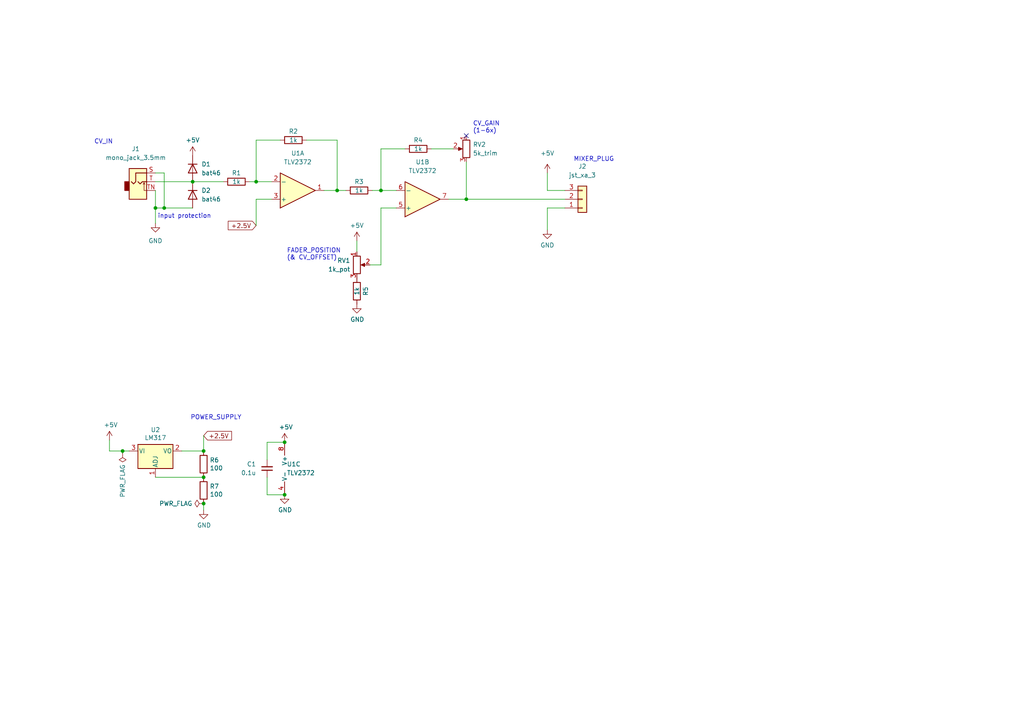
<source format=kicad_sch>
(kicad_sch (version 20211123) (generator eeschema)
  (paper "A4")
  (title_block (title "_rotary_") (date "2022-11-24") (rev "v0_1_0") (company "cyberboy666"))
  (lib_symbols
    (symbol "Amplifier_Operational:TLV2372" (pin_names (offset 0.127))
      (property "Reference" "U" (at 0 5.08 0))
      (property "Value" "TLV2372" (at 0 -5.08 0))
      (symbol "TLV2372_1_1"
        (polyline (pts (xy -5.08 5.08) (xy 5.08 0) (xy -5.08 -5.08) (xy -5.08 5.08)) (stroke (width 0.254)) (fill (type background)))
        (pin output line (at 7.62 0 180) (length 2.54) (name "~") (number "1"))
        (pin input line (at -7.62 -2.54 0) (length 2.54) (name "-") (number "2"))
        (pin input line (at -7.62 2.54 0) (length 2.54) (name "+") (number "3"))
      )
      (symbol "TLV2372_2_1"
        (polyline (pts (xy -5.08 5.08) (xy 5.08 0) (xy -5.08 -5.08) (xy -5.08 5.08)) (stroke (width 0.254)) (fill (type background)))
        (pin input line (at -7.62 2.54 0) (length 2.54) (name "+") (number "5"))
        (pin input line (at -7.62 -2.54 0) (length 2.54) (name "-") (number "6"))
        (pin output line (at 7.62 0 180) (length 2.54) (name "~") (number "7"))
      )
      (symbol "TLV2372_3_1"
        (pin power_in line (at -2.54 -7.62 90) (length 3.81) (name "V-") (number "4"))
        (pin power_in line (at -2.54 7.62 270) (length 3.81) (name "V+") (number "8"))
      )
    )
    (symbol "Connector:AudioJack2_SwitchT"
      (property "Reference" "J" (at 0 8.89 0))
      (property "Value" "AudioJack2_SwitchT" (at 0 6.35 0))
      (symbol "AudioJack2_SwitchT_0_1"
        (rectangle (start -2.54 0) (end -3.81 -2.54) (stroke (width 0.254)) (fill (type outline)))
        (polyline (pts (xy 1.778 -0.254) (xy 2.032 -0.762)))
        (polyline (pts (xy 0 0) (xy 0.635 -0.635) (xy 1.27 0) (xy 2.54 0)) (stroke (width 0.254)))
        (polyline (pts (xy 2.54 -2.54) (xy 1.778 -2.54) (xy 1.778 -0.254) (xy 1.524 -0.762)))
        (polyline (pts (xy 2.54 2.54) (xy -0.635 2.54) (xy -0.635 0) (xy -1.27 -0.635) (xy -1.905 0)) (stroke (width 0.254)))
        (rectangle (start 2.54 3.81) (end -2.54 -5.08) (stroke (width 0.254)) (fill (type background)))
      )
      (symbol "AudioJack2_SwitchT_1_1"
        (pin passive line (at 5.08 2.54 180) (length 2.54) (name "~") (number "S"))
        (pin passive line (at 5.08 0 180) (length 2.54) (name "~") (number "T"))
        (pin passive line (at 5.08 -2.54 180) (length 2.54) (name "~") (number "TN"))
      )
    )
    (symbol "Connector_Generic:Conn_01x03" (pin_names (offset 1.016) hide)
      (property "Reference" "J" (at 0 5.08 0))
      (property "Value" "Conn_01x03" (at 0 -5.08 0))
      (symbol "Conn_01x03_1_1"
        (rectangle (start -1.27 -2.413) (end 0 -2.667) (stroke (width 0.1524)))
        (rectangle (start -1.27 0.127) (end 0 -0.127) (stroke (width 0.1524)))
        (rectangle (start -1.27 2.667) (end 0 2.413) (stroke (width 0.1524)))
        (rectangle (start -1.27 3.81) (end 1.27 -3.81) (stroke (width 0.254)) (fill (type background)))
        (pin passive line (at -5.08 2.54 0) (length 3.81) (name "Pin_1") (number "1"))
        (pin passive line (at -5.08 0 0) (length 3.81) (name "Pin_2") (number "2"))
        (pin passive line (at -5.08 -2.54 0) (length 3.81) (name "Pin_3") (number "3"))
      )
    )
    (symbol "Device:C_Small" (pin_numbers hide) (pin_names (offset 0.254) hide)
      (property "Reference" "C" (at 0.254 1.778 0))
      (property "Value" "C_Small" (at 0.254 -2.032 0))
      (symbol "C_Small_0_1"
        (polyline (pts (xy -1.524 -0.508) (xy 1.524 -0.508)) (stroke (width 0.3302)))
        (polyline (pts (xy -1.524 0.508) (xy 1.524 0.508)) (stroke (width 0.3048)))
      )
      (symbol "C_Small_1_1"
        (pin passive line (at 0 2.54 270) (length 2.032) (name "~") (number "1"))
        (pin passive line (at 0 -2.54 90) (length 2.032) (name "~") (number "2"))
      )
    )
    (symbol "Device:D" (pin_numbers hide) (pin_names (offset 1.016) hide)
      (property "Reference" "D" (at 0 2.54 0))
      (property "Value" "D" (at 0 -2.54 0))
      (symbol "D_0_1"
        (polyline (pts (xy -1.27 1.27) (xy -1.27 -1.27)) (stroke (width 0.254)))
        (polyline (pts (xy 1.27 0) (xy -1.27 0)))
        (polyline (pts (xy 1.27 1.27) (xy 1.27 -1.27) (xy -1.27 0) (xy 1.27 1.27)) (stroke (width 0.254)))
      )
      (symbol "D_1_1"
        (pin passive line (at -3.81 0 0) (length 2.54) (name "K") (number "1"))
        (pin passive line (at 3.81 0 180) (length 2.54) (name "A") (number "2"))
      )
    )
    (symbol "Device:R" (pin_numbers hide) (pin_names (offset 0))
      (property "Reference" "R" (at 2.032 0 90))
      (property "Value" "R" (at 0 0 90))
      (symbol "R_0_1"
        (rectangle (start -1.016 -2.54) (end 1.016 2.54) (stroke (width 0.254)))
      )
      (symbol "R_1_1"
        (pin passive line (at 0 3.81 270) (length 1.27) (name "~") (number "1"))
        (pin passive line (at 0 -3.81 90) (length 1.27) (name "~") (number "2"))
      )
    )
    (symbol "Device:R_Potentiometer" (pin_names (offset 1.016) hide)
      (property "Reference" "RV" (at -4.445 0 90))
      (property "Value" "R_Potentiometer" (at -2.54 0 90))
      (symbol "R_Potentiometer_0_1"
        (polyline (pts (xy 2.54 0) (xy 1.524 0)))
        (polyline (pts (xy 1.143 0) (xy 2.286 0.508) (xy 2.286 -0.508) (xy 1.143 0)) (fill (type outline)))
        (rectangle (start 1.016 2.54) (end -1.016 -2.54) (stroke (width 0.254)))
      )
      (symbol "R_Potentiometer_1_1"
        (pin passive line (at 0 3.81 270) (length 1.27) (name "1") (number "1"))
        (pin passive line (at 3.81 0 180) (length 1.27) (name "2") (number "2"))
        (pin passive line (at 0 -3.81 90) (length 1.27) (name "3") (number "3"))
      )
    )
    (symbol "Regulator_Linear:LM317L_TO92" (pin_names (offset 0.254))
      (property "Reference" "U" (at -3.81 3.175 0))
      (property "Value" "LM317L_TO92" (at 0 3.175 0))
      (symbol "LM317L_TO92_0_1"
        (rectangle (start -5.08 1.905) (end 5.08 -5.08) (stroke (width 0.254)) (fill (type background)))
      )
      (symbol "LM317L_TO92_1_1"
        (pin input line (at 0 -7.62 90) (length 2.54) (name "ADJ") (number "1"))
        (pin power_out line (at 7.62 0 180) (length 2.54) (name "VO") (number "2"))
        (pin power_in line (at -7.62 0 0) (length 2.54) (name "VI") (number "3"))
      )
    )
    (symbol "power:+5V" (power) (pin_names (offset 0))
      (property "Value" "+5V" (at 0 3.556 0))
      (symbol "+5V_0_1"
        (polyline (pts (xy -0.762 1.27) (xy 0 2.54)))
        (polyline (pts (xy 0 0) (xy 0 2.54)))
        (polyline (pts (xy 0 2.54) (xy 0.762 1.27)))
      )
      (symbol "+5V_1_1"
        (pin power_in line (at 0 0 90) (length 0) hide (name "+5V") (number "1"))
      )
    )
    (symbol "power:GND" (power) (pin_names (offset 0))
      (property "Value" "GND" (at 0 -3.81 0))
      (symbol "GND_0_1"
        (polyline (pts (xy 0 0) (xy 0 -1.27) (xy 1.27 -1.27) (xy 0 -2.54) (xy -1.27 -1.27) (xy 0 -1.27)))
      )
      (symbol "GND_1_1"
        (pin power_in line (at 0 0 270) (length 0) hide (name "GND") (number "1"))
      )
    )
    (symbol "power:PWR_FLAG" (power) (pin_numbers hide) (pin_names (offset 0) hide)
      (property "Value" "PWR_FLAG" (at 0 3.81 0))
      (symbol "PWR_FLAG_0_0"
        (pin power_out line (at 0 0 90) (length 0) (name "pwr") (number "1"))
      )
      (symbol "PWR_FLAG_0_1"
        (polyline (pts (xy 0 0) (xy 0 1.27) (xy -1.016 1.905) (xy 0 2.54) (xy 1.016 1.905) (xy 0 1.27)))
      )
    )
  )
  (junction (at 45.085 60.325))
  (junction (at 74.295 52.705))
  (junction (at 59.055 146.05))
  (junction (at 55.88 52.705))
  (junction (at 82.55 143.51))
  (junction (at 47.625 60.325))
  (junction (at 82.55 128.27))
  (junction (at 35.56 130.81))
  (junction (at 97.79 55.245))
  (junction (at 59.055 130.81))
  (junction (at 110.49 55.245))
  (junction (at 59.055 138.43))
  (junction (at 135.255 57.785))
  (no_connect (at 135.255 39.37))
  (wire (pts (xy 59.055 146.05) (xy 59.055 147.955)))
  (wire (pts (xy 59.055 138.43) (xy 45.085 138.43)))
  (wire (pts (xy 135.255 46.99) (xy 135.255 57.785)))
  (wire (pts (xy 110.49 55.245) (xy 110.49 43.18)))
  (wire (pts (xy 82.55 143.51) (xy 77.47 143.51)))
  (wire (pts (xy 125.095 43.18) (xy 131.445 43.18)))
  (wire (pts (xy 74.295 52.705) (xy 78.74 52.705)))
  (wire (pts (xy 47.625 60.325) (xy 55.88 60.325)))
  (wire (pts (xy 103.505 69.85) (xy 103.505 73.025)))
  (wire (pts (xy 110.49 76.835) (xy 110.49 60.325)))
  (wire (pts (xy 135.255 57.785) (xy 163.83 57.785)))
  (wire (pts (xy 52.705 130.81) (xy 59.055 130.81)))
  (wire (pts (xy 47.625 50.165) (xy 47.625 60.325)))
  (wire (pts (xy 45.085 60.325) (xy 45.085 64.77)))
  (wire (pts (xy 74.295 57.785) (xy 74.295 65.405)))
  (wire (pts (xy 130.175 57.785) (xy 135.255 57.785)))
  (wire (pts (xy 45.085 50.165) (xy 47.625 50.165)))
  (wire (pts (xy 74.295 52.705) (xy 74.295 40.64)))
  (wire (pts (xy 35.56 130.81) (xy 37.465 130.81)))
  (wire (pts (xy 45.085 55.245) (xy 45.085 60.325)))
  (wire (pts (xy 74.295 40.64) (xy 81.28 40.64)))
  (wire (pts (xy 97.79 40.64) (xy 88.9 40.64)))
  (wire (pts (xy 35.56 131.445) (xy 35.56 130.81)))
  (wire (pts (xy 31.75 130.81) (xy 35.56 130.81)))
  (wire (pts (xy 45.085 60.325) (xy 47.625 60.325)))
  (wire (pts (xy 59.055 130.81) (xy 59.055 126.365)))
  (wire (pts (xy 158.75 60.325) (xy 163.83 60.325)))
  (wire (pts (xy 107.95 55.245) (xy 110.49 55.245)))
  (wire (pts (xy 107.315 76.835) (xy 110.49 76.835)))
  (wire (pts (xy 93.98 55.245) (xy 97.79 55.245)))
  (wire (pts (xy 77.47 143.51) (xy 77.47 138.43)))
  (wire (pts (xy 158.75 66.675) (xy 158.75 60.325)))
  (wire (pts (xy 77.47 128.27) (xy 77.47 133.35)))
  (wire (pts (xy 78.74 57.785) (xy 74.295 57.785)))
  (wire (pts (xy 110.49 43.18) (xy 117.475 43.18)))
  (wire (pts (xy 158.75 50.165) (xy 158.75 55.245)))
  (wire (pts (xy 114.935 55.245) (xy 110.49 55.245)))
  (wire (pts (xy 97.79 55.245) (xy 100.33 55.245)))
  (wire (pts (xy 45.085 52.705) (xy 55.88 52.705)))
  (wire (pts (xy 55.88 52.705) (xy 64.77 52.705)))
  (wire (pts (xy 72.39 52.705) (xy 74.295 52.705)))
  (wire (pts (xy 158.75 55.245) (xy 163.83 55.245)))
  (wire (pts (xy 82.55 128.27) (xy 77.47 128.27)))
  (wire (pts (xy 31.75 127.635) (xy 31.75 130.81)))
  (wire (pts (xy 110.49 60.325) (xy 114.935 60.325)))
  (wire (pts (xy 97.79 55.245) (xy 97.79 40.64)))
  (text "POWER_SUPPLY" (at 55.245 121.92 0) (effects (font (size 1.27 1.27)) (justify left bottom)))
  (text "input protection" (at 45.72 63.5 0) (effects (font (size 1.27 1.27)) (justify left bottom)))
  (text "CV_IN" (at 27.305 41.91 0) (effects (font (size 1.27 1.27)) (justify left bottom)))
  (text "MIXER_PLUG" (at 166.37 46.99 0) (effects (font (size 1.27 1.27)) (justify left bottom)))
  (text "CV_GAIN\n(1-6x)" (at 137.16 38.735 0) (effects (font (size 1.27 1.27)) (justify left bottom)))
  (text "FADER_POSITION \n(& CV_OFFSET)" (at 83.185 75.565 0) (effects (font (size 1.27 1.27)) (justify left bottom)))
  (global_label "+2.5V" (shape input) (at 74.295 65.405 180) (property "Intersheet References" "${INTERSHEET_REFS}" (effects hide)))
  (global_label "+2.5V" (shape input) (at 59.055 126.365 0) (property "Intersheet References" "${INTERSHEET_REFS}" (effects hide)))
  (symbol (lib_id "Regulator_Linear:LM317L_TO92") (at 45.085 130.81 0) (unit 1)
    (property "Reference" "U2" (at 45.085 124.6632 0))
    (property "Value" "LM317" (at 45.085 126.9746 0))
    (property "Footprint" "Package_TO_SOT_THT:TO-92_Inline" (effects hide))
    (property "Datasheet" "http://www.ti.com/lit/ds/snvs775k/snvs775k.pdf" (effects hide))
  )
  (symbol (lib_id "power:GND") (at 59.055 147.955 0) (unit 1)
    (property "Reference" "#PWR023" (effects hide))
    (property "Value" "GND" (at 59.182 152.3492 0))
  )
  (symbol (lib_id "power:+5V") (at 31.75 127.635 0) (unit 1)
    (property "Reference" "#PWR019" (effects hide))
    (property "Value" "+5V" (at 32.131 123.2408 0))
  )
  (symbol (lib_id "Device:R") (at 59.055 134.62 0) (unit 1)
    (property "Reference" "R6" (at 60.833 133.4516 0) (effects (justify left)))
    (property "Value" "100" (at 60.833 135.763 0) (effects (justify left)))
    (property "Footprint" "Resistor_THT:R_Axial_DIN0207_L6.3mm_D2.5mm_P7.62mm_Horizontal" (effects hide))
  )
  (symbol (lib_id "power:PWR_FLAG") (at 35.56 131.445 180) (unit 1)
    (property "Reference" "#FLG0101" (effects hide))
    (property "Value" "PWR_FLAG" (at 35.56 134.6708 90) (effects (justify left)))
  )
  (symbol (lib_id "Device:R") (at 68.58 52.705 90) (unit 1)
    (property "Reference" "R1" (at 68.58 50.165 90))
    (property "Value" "1k" (at 68.58 52.705 90))
    (property "Footprint" "Resistor_THT:R_Axial_DIN0207_L6.3mm_D2.5mm_P7.62mm_Horizontal" (effects hide))
  )
  (symbol (lib_id "power:GND") (at 158.75 66.675 0) (mirror y) (unit 1)
    (property "Reference" "#PWR08" (effects hide))
    (property "Value" "GND" (at 158.75 71.12 0))
  )
  (symbol (lib_id "Amplifier_Operational:TLV2372") (at 86.36 55.245 0) (mirror x) (unit 1)
    (property "Reference" "U1" (at 86.36 44.45 0))
    (property "Value" "TLV2372" (at 86.36 46.99 0))
    (property "Footprint" "lib_fp:DIP-SOIC-8" (effects hide))
    (property "Datasheet" "http://www.ti.com/lit/ds/symlink/tlv2375.pdf" (effects hide))
  )
  (symbol (lib_id "Device:R_Potentiometer") (at 135.255 43.18 0) (mirror y) (unit 1)
    (property "Reference" "RV2" (at 137.16 41.9099 0) (effects (justify right)))
    (property "Value" "5k_trim" (at 137.16 44.4499 0) (effects (justify right)))
    (property "Footprint" "lib_fp:tht_vertical_trim_3362" (effects hide))
  )
  (symbol (lib_id "power:+5V") (at 55.88 45.085 0) (unit 1)
    (property "Reference" "#PWR02" (effects hide))
    (property "Value" "+5V" (at 55.88 40.64 0))
  )
  (symbol (lib_id "power:+5V") (at 158.75 50.165 0) (mirror y) (unit 1)
    (property "Reference" "#PWR07" (effects hide))
    (property "Value" "+5V" (at 158.75 44.45 0))
  )
  (symbol (lib_id "Device:R") (at 85.09 40.64 90) (unit 1)
    (property "Reference" "R2" (at 85.09 38.1 90))
    (property "Value" "1k" (at 85.09 40.64 90))
    (property "Footprint" "Resistor_THT:R_Axial_DIN0207_L6.3mm_D2.5mm_P7.62mm_Horizontal" (effects hide))
  )
  (symbol (lib_id "power:+5V") (at 82.55 128.27 0) (unit 1)
    (property "Reference" "#PWR03" (effects hide))
    (property "Value" "+5V" (at 82.931 123.8758 0))
  )
  (symbol (lib_id "Amplifier_Operational:TLV2372") (at 85.09 135.89 0) (unit 3)
    (property "Reference" "U1" (at 83.185 134.6199 0) (effects (justify left)))
    (property "Value" "TLV2372" (at 83.185 137.1599 0) (effects (justify left)))
    (property "Footprint" "lib_fp:DIP-SOIC-8" (effects hide))
    (property "Datasheet" "http://www.ti.com/lit/ds/symlink/tlv2375.pdf" (effects hide))
  )
  (symbol (lib_id "Device:D") (at 55.88 56.515 270) (unit 1)
    (property "Reference" "D2" (at 58.42 55.2449 90) (effects (justify left)))
    (property "Value" "bat46" (at 58.42 57.7849 90) (effects (justify left)))
    (property "Footprint" "Diode_THT:D_DO-34_SOD68_P7.62mm_Horizontal" (effects hide))
  )
  (symbol (lib_id "power:PWR_FLAG") (at 59.055 146.05 90) (unit 1)
    (property "Reference" "#FLG0102" (effects hide))
    (property "Value" "PWR_FLAG" (at 55.8292 146.05 90) (effects (justify left)))
  )
  (symbol (lib_id "Device:C_Small") (at 77.47 135.89 0) (mirror x) (unit 1)
    (property "Reference" "C1" (at 74.295 134.6135 0) (effects (justify right)))
    (property "Value" "0.1u" (at 74.295 137.1535 0) (effects (justify right)))
    (property "Footprint" "Capacitor_THT:C_Disc_D7.0mm_W2.5mm_P5.00mm" (effects hide))
  )
  (symbol (lib_id "Device:R") (at 121.285 43.18 90) (unit 1)
    (property "Reference" "R4" (at 121.285 40.64 90))
    (property "Value" "1k" (at 121.285 43.18 90))
    (property "Footprint" "Resistor_THT:R_Axial_DIN0207_L6.3mm_D2.5mm_P7.62mm_Horizontal" (effects hide))
  )
  (symbol (lib_id "power:GND") (at 82.55 143.51 0) (unit 1)
    (property "Reference" "#PWR04" (effects hide))
    (property "Value" "GND" (at 82.677 147.9042 0))
  )
  (symbol (lib_id "Connector_Generic:Conn_01x03") (at 168.91 57.785 0) (mirror x) (unit 1)
    (property "Reference" "J2" (at 168.91 48.26 0))
    (property "Value" "jst_xa_3" (at 168.91 50.8 0))
    (property "Footprint" "Connector_JST:JST_XA_B03B-XASK-1-A_1x03_P2.50mm_Vertical" (effects hide))
  )
  (symbol (lib_id "power:+5V") (at 103.505 69.85 0) (unit 1)
    (property "Reference" "#PWR05" (effects hide))
    (property "Value" "+5V" (at 103.505 65.405 0))
  )
  (symbol (lib_id "Connector:AudioJack2_SwitchT") (at 40.005 52.705 0) (unit 1)
    (property "Reference" "J1" (at 39.37 43.18 0))
    (property "Value" "mono_jack_3.5mm" (at 39.37 45.72 0))
    (property "Footprint" "lib_fp:Jack_3.5mm_QingPu_WQP-PJ398SM_Vertical_CircularHoles" (effects hide))
  )
  (symbol (lib_id "Amplifier_Operational:TLV2372") (at 122.555 57.785 0) (mirror x) (unit 2)
    (property "Reference" "U1" (at 122.555 46.99 0))
    (property "Value" "TLV2372" (at 122.555 49.53 0))
    (property "Footprint" "lib_fp:DIP-SOIC-8" (effects hide))
    (property "Datasheet" "http://www.ti.com/lit/ds/symlink/tlv2375.pdf" (effects hide))
  )
  (symbol (lib_id "Device:R") (at 104.14 55.245 90) (unit 1)
    (property "Reference" "R3" (at 104.14 52.705 90))
    (property "Value" "1k" (at 104.14 55.245 90))
    (property "Footprint" "Resistor_THT:R_Axial_DIN0207_L6.3mm_D2.5mm_P7.62mm_Horizontal" (effects hide))
  )
  (symbol (lib_id "Device:R") (at 59.055 142.24 0) (unit 1)
    (property "Reference" "R7" (at 60.833 141.0716 0) (effects (justify left)))
    (property "Value" "100" (at 60.833 143.383 0) (effects (justify left)))
    (property "Footprint" "Resistor_THT:R_Axial_DIN0207_L6.3mm_D2.5mm_P7.62mm_Horizontal" (effects hide))
  )
  (symbol (lib_id "power:GND") (at 103.505 88.265 0) (unit 1)
    (property "Reference" "#PWR06" (effects hide))
    (property "Value" "GND" (at 103.632 92.6592 0))
  )
  (symbol (lib_id "Device:R") (at 103.505 84.455 0) (unit 1)
    (property "Reference" "R5" (at 106.045 84.455 90))
    (property "Value" "1k" (at 103.505 84.455 90))
    (property "Footprint" "Resistor_THT:R_Axial_DIN0207_L6.3mm_D2.5mm_P7.62mm_Horizontal" (effects hide))
  )
  (symbol (lib_id "power:GND") (at 45.085 64.77 0) (unit 1)
    (property "Reference" "#PWR01" (effects hide))
    (property "Value" "GND" (at 45.085 69.85 0))
  )
  (symbol (lib_id "Device:D") (at 55.88 48.895 270) (unit 1)
    (property "Reference" "D1" (at 58.42 47.6249 90) (effects (justify left)))
    (property "Value" "bat46" (at 58.42 50.1649 90) (effects (justify left)))
    (property "Footprint" "Diode_THT:D_DO-34_SOD68_P7.62mm_Horizontal" (effects hide))
  )
  (symbol (lib_id "Device:R_Potentiometer") (at 103.505 76.835 0) (unit 1)
    (property "Reference" "RV1" (at 101.6 75.5649 0) (effects (justify right)))
    (property "Value" "1k_pot" (at 101.6 78.1049 0) (effects (justify right)))
    (property "Footprint" "lib_fp:Potentiometer_Vertical_Large" (effects hide))
  )
)
</source>
